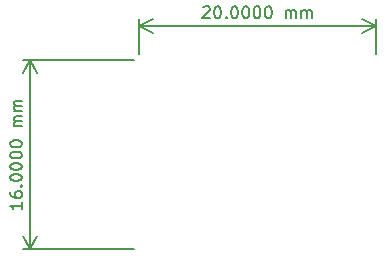
<source format=gbr>
%TF.GenerationSoftware,KiCad,Pcbnew,6.0.4-6f826c9f35~116~ubuntu20.04.1*%
%TF.CreationDate,2022-04-19T18:42:39+07:00*%
%TF.ProjectId,pmod-led-array-8,706d6f64-2d6c-4656-942d-61727261792d,1.0*%
%TF.SameCoordinates,Original*%
%TF.FileFunction,OtherDrawing,Comment*%
%FSLAX46Y46*%
G04 Gerber Fmt 4.6, Leading zero omitted, Abs format (unit mm)*
G04 Created by KiCad (PCBNEW 6.0.4-6f826c9f35~116~ubuntu20.04.1) date 2022-04-19 18:42:39*
%MOMM*%
%LPD*%
G01*
G04 APERTURE LIST*
%ADD10C,0.150000*%
G04 APERTURE END LIST*
D10*
X151002380Y-86047619D02*
X151002380Y-86619047D01*
X151002380Y-86333333D02*
X150002380Y-86333333D01*
X150145238Y-86428571D01*
X150240476Y-86523809D01*
X150288095Y-86619047D01*
X150002380Y-85190476D02*
X150002380Y-85380952D01*
X150050000Y-85476190D01*
X150097619Y-85523809D01*
X150240476Y-85619047D01*
X150430952Y-85666666D01*
X150811904Y-85666666D01*
X150907142Y-85619047D01*
X150954761Y-85571428D01*
X151002380Y-85476190D01*
X151002380Y-85285714D01*
X150954761Y-85190476D01*
X150907142Y-85142857D01*
X150811904Y-85095238D01*
X150573809Y-85095238D01*
X150478571Y-85142857D01*
X150430952Y-85190476D01*
X150383333Y-85285714D01*
X150383333Y-85476190D01*
X150430952Y-85571428D01*
X150478571Y-85619047D01*
X150573809Y-85666666D01*
X150907142Y-84666666D02*
X150954761Y-84619047D01*
X151002380Y-84666666D01*
X150954761Y-84714285D01*
X150907142Y-84666666D01*
X151002380Y-84666666D01*
X150002380Y-84000000D02*
X150002380Y-83904761D01*
X150050000Y-83809523D01*
X150097619Y-83761904D01*
X150192857Y-83714285D01*
X150383333Y-83666666D01*
X150621428Y-83666666D01*
X150811904Y-83714285D01*
X150907142Y-83761904D01*
X150954761Y-83809523D01*
X151002380Y-83904761D01*
X151002380Y-84000000D01*
X150954761Y-84095238D01*
X150907142Y-84142857D01*
X150811904Y-84190476D01*
X150621428Y-84238095D01*
X150383333Y-84238095D01*
X150192857Y-84190476D01*
X150097619Y-84142857D01*
X150050000Y-84095238D01*
X150002380Y-84000000D01*
X150002380Y-83047619D02*
X150002380Y-82952380D01*
X150050000Y-82857142D01*
X150097619Y-82809523D01*
X150192857Y-82761904D01*
X150383333Y-82714285D01*
X150621428Y-82714285D01*
X150811904Y-82761904D01*
X150907142Y-82809523D01*
X150954761Y-82857142D01*
X151002380Y-82952380D01*
X151002380Y-83047619D01*
X150954761Y-83142857D01*
X150907142Y-83190476D01*
X150811904Y-83238095D01*
X150621428Y-83285714D01*
X150383333Y-83285714D01*
X150192857Y-83238095D01*
X150097619Y-83190476D01*
X150050000Y-83142857D01*
X150002380Y-83047619D01*
X150002380Y-82095238D02*
X150002380Y-82000000D01*
X150050000Y-81904761D01*
X150097619Y-81857142D01*
X150192857Y-81809523D01*
X150383333Y-81761904D01*
X150621428Y-81761904D01*
X150811904Y-81809523D01*
X150907142Y-81857142D01*
X150954761Y-81904761D01*
X151002380Y-82000000D01*
X151002380Y-82095238D01*
X150954761Y-82190476D01*
X150907142Y-82238095D01*
X150811904Y-82285714D01*
X150621428Y-82333333D01*
X150383333Y-82333333D01*
X150192857Y-82285714D01*
X150097619Y-82238095D01*
X150050000Y-82190476D01*
X150002380Y-82095238D01*
X150002380Y-81142857D02*
X150002380Y-81047619D01*
X150050000Y-80952380D01*
X150097619Y-80904761D01*
X150192857Y-80857142D01*
X150383333Y-80809523D01*
X150621428Y-80809523D01*
X150811904Y-80857142D01*
X150907142Y-80904761D01*
X150954761Y-80952380D01*
X151002380Y-81047619D01*
X151002380Y-81142857D01*
X150954761Y-81238095D01*
X150907142Y-81285714D01*
X150811904Y-81333333D01*
X150621428Y-81380952D01*
X150383333Y-81380952D01*
X150192857Y-81333333D01*
X150097619Y-81285714D01*
X150050000Y-81238095D01*
X150002380Y-81142857D01*
X151002380Y-79619047D02*
X150335714Y-79619047D01*
X150430952Y-79619047D02*
X150383333Y-79571428D01*
X150335714Y-79476190D01*
X150335714Y-79333333D01*
X150383333Y-79238095D01*
X150478571Y-79190476D01*
X151002380Y-79190476D01*
X150478571Y-79190476D02*
X150383333Y-79142857D01*
X150335714Y-79047619D01*
X150335714Y-78904761D01*
X150383333Y-78809523D01*
X150478571Y-78761904D01*
X151002380Y-78761904D01*
X151002380Y-78285714D02*
X150335714Y-78285714D01*
X150430952Y-78285714D02*
X150383333Y-78238095D01*
X150335714Y-78142857D01*
X150335714Y-78000000D01*
X150383333Y-77904761D01*
X150478571Y-77857142D01*
X151002380Y-77857142D01*
X150478571Y-77857142D02*
X150383333Y-77809523D01*
X150335714Y-77714285D01*
X150335714Y-77571428D01*
X150383333Y-77476190D01*
X150478571Y-77428571D01*
X151002380Y-77428571D01*
X160460000Y-90000000D02*
X151113580Y-90000000D01*
X160460000Y-74000000D02*
X151113580Y-74000000D01*
X151700000Y-90000000D02*
X151700000Y-74000000D01*
X151700000Y-90000000D02*
X151700000Y-74000000D01*
X151700000Y-90000000D02*
X152286421Y-88873496D01*
X151700000Y-90000000D02*
X151113579Y-88873496D01*
X151700000Y-74000000D02*
X151113579Y-75126504D01*
X151700000Y-74000000D02*
X152286421Y-75126504D01*
X166340952Y-69547619D02*
X166388571Y-69500000D01*
X166483809Y-69452380D01*
X166721904Y-69452380D01*
X166817142Y-69500000D01*
X166864761Y-69547619D01*
X166912380Y-69642857D01*
X166912380Y-69738095D01*
X166864761Y-69880952D01*
X166293333Y-70452380D01*
X166912380Y-70452380D01*
X167531428Y-69452380D02*
X167626666Y-69452380D01*
X167721904Y-69500000D01*
X167769523Y-69547619D01*
X167817142Y-69642857D01*
X167864761Y-69833333D01*
X167864761Y-70071428D01*
X167817142Y-70261904D01*
X167769523Y-70357142D01*
X167721904Y-70404761D01*
X167626666Y-70452380D01*
X167531428Y-70452380D01*
X167436190Y-70404761D01*
X167388571Y-70357142D01*
X167340952Y-70261904D01*
X167293333Y-70071428D01*
X167293333Y-69833333D01*
X167340952Y-69642857D01*
X167388571Y-69547619D01*
X167436190Y-69500000D01*
X167531428Y-69452380D01*
X168293333Y-70357142D02*
X168340952Y-70404761D01*
X168293333Y-70452380D01*
X168245714Y-70404761D01*
X168293333Y-70357142D01*
X168293333Y-70452380D01*
X168960000Y-69452380D02*
X169055238Y-69452380D01*
X169150476Y-69500000D01*
X169198095Y-69547619D01*
X169245714Y-69642857D01*
X169293333Y-69833333D01*
X169293333Y-70071428D01*
X169245714Y-70261904D01*
X169198095Y-70357142D01*
X169150476Y-70404761D01*
X169055238Y-70452380D01*
X168960000Y-70452380D01*
X168864761Y-70404761D01*
X168817142Y-70357142D01*
X168769523Y-70261904D01*
X168721904Y-70071428D01*
X168721904Y-69833333D01*
X168769523Y-69642857D01*
X168817142Y-69547619D01*
X168864761Y-69500000D01*
X168960000Y-69452380D01*
X169912380Y-69452380D02*
X170007619Y-69452380D01*
X170102857Y-69500000D01*
X170150476Y-69547619D01*
X170198095Y-69642857D01*
X170245714Y-69833333D01*
X170245714Y-70071428D01*
X170198095Y-70261904D01*
X170150476Y-70357142D01*
X170102857Y-70404761D01*
X170007619Y-70452380D01*
X169912380Y-70452380D01*
X169817142Y-70404761D01*
X169769523Y-70357142D01*
X169721904Y-70261904D01*
X169674285Y-70071428D01*
X169674285Y-69833333D01*
X169721904Y-69642857D01*
X169769523Y-69547619D01*
X169817142Y-69500000D01*
X169912380Y-69452380D01*
X170864761Y-69452380D02*
X170960000Y-69452380D01*
X171055238Y-69500000D01*
X171102857Y-69547619D01*
X171150476Y-69642857D01*
X171198095Y-69833333D01*
X171198095Y-70071428D01*
X171150476Y-70261904D01*
X171102857Y-70357142D01*
X171055238Y-70404761D01*
X170960000Y-70452380D01*
X170864761Y-70452380D01*
X170769523Y-70404761D01*
X170721904Y-70357142D01*
X170674285Y-70261904D01*
X170626666Y-70071428D01*
X170626666Y-69833333D01*
X170674285Y-69642857D01*
X170721904Y-69547619D01*
X170769523Y-69500000D01*
X170864761Y-69452380D01*
X171817142Y-69452380D02*
X171912380Y-69452380D01*
X172007619Y-69500000D01*
X172055238Y-69547619D01*
X172102857Y-69642857D01*
X172150476Y-69833333D01*
X172150476Y-70071428D01*
X172102857Y-70261904D01*
X172055238Y-70357142D01*
X172007619Y-70404761D01*
X171912380Y-70452380D01*
X171817142Y-70452380D01*
X171721904Y-70404761D01*
X171674285Y-70357142D01*
X171626666Y-70261904D01*
X171579047Y-70071428D01*
X171579047Y-69833333D01*
X171626666Y-69642857D01*
X171674285Y-69547619D01*
X171721904Y-69500000D01*
X171817142Y-69452380D01*
X173340952Y-70452380D02*
X173340952Y-69785714D01*
X173340952Y-69880952D02*
X173388571Y-69833333D01*
X173483809Y-69785714D01*
X173626666Y-69785714D01*
X173721904Y-69833333D01*
X173769523Y-69928571D01*
X173769523Y-70452380D01*
X173769523Y-69928571D02*
X173817142Y-69833333D01*
X173912380Y-69785714D01*
X174055238Y-69785714D01*
X174150476Y-69833333D01*
X174198095Y-69928571D01*
X174198095Y-70452380D01*
X174674285Y-70452380D02*
X174674285Y-69785714D01*
X174674285Y-69880952D02*
X174721904Y-69833333D01*
X174817142Y-69785714D01*
X174960000Y-69785714D01*
X175055238Y-69833333D01*
X175102857Y-69928571D01*
X175102857Y-70452380D01*
X175102857Y-69928571D02*
X175150476Y-69833333D01*
X175245714Y-69785714D01*
X175388571Y-69785714D01*
X175483809Y-69833333D01*
X175531428Y-69928571D01*
X175531428Y-70452380D01*
X160960000Y-73500000D02*
X160960000Y-70563580D01*
X180960000Y-73500000D02*
X180960000Y-70563580D01*
X160960000Y-71150000D02*
X180960000Y-71150000D01*
X160960000Y-71150000D02*
X180960000Y-71150000D01*
X160960000Y-71150000D02*
X162086504Y-71736421D01*
X160960000Y-71150000D02*
X162086504Y-70563579D01*
X180960000Y-71150000D02*
X179833496Y-70563579D01*
X180960000Y-71150000D02*
X179833496Y-71736421D01*
M02*

</source>
